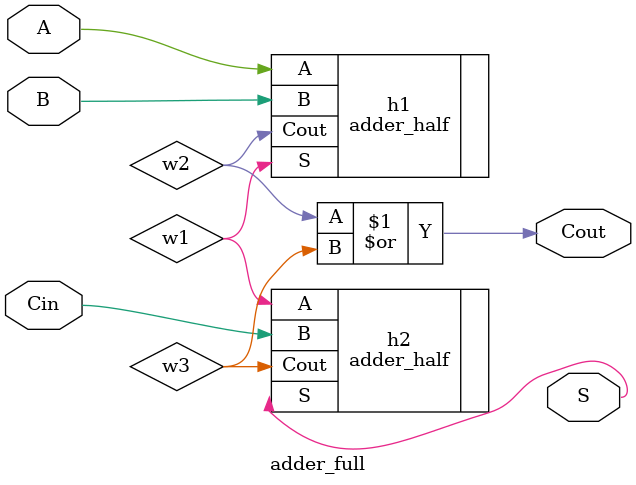
<source format=v>
module adder_full(
    input A,
    input B,
    input Cin,
    output Cout,
    output S
    );
    
    wire w1, w2, w3;
    
    adder_half h1( .A(A), .B(B), .Cout(w2), .S(w1) );
    adder_half h2( .A(w1), .B(Cin), .Cout(w3), .S(S) );
    
    or ol(Cout, w2, w3);
    
endmodule
</source>
